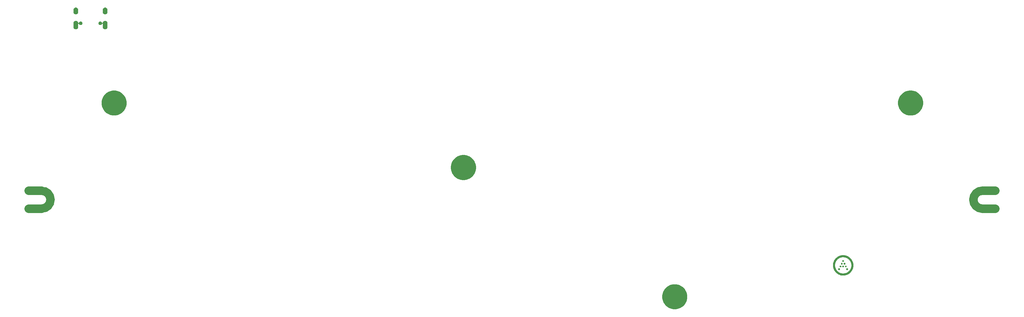
<source format=gts>
G04 #@! TF.GenerationSoftware,KiCad,Pcbnew,(5.0.2)-1*
G04 #@! TF.CreationDate,2019-03-07T01:35:03-08:00*
G04 #@! TF.ProjectId,Voyager60,566f7961-6765-4723-9630-2e6b69636164,rev?*
G04 #@! TF.SameCoordinates,Original*
G04 #@! TF.FileFunction,Soldermask,Top*
G04 #@! TF.FilePolarity,Negative*
%FSLAX46Y46*%
G04 Gerber Fmt 4.6, Leading zero omitted, Abs format (unit mm)*
G04 Created by KiCad (PCBNEW (5.0.2)-1) date 3/7/2019 1:35:03 AM*
%MOMM*%
%LPD*%
G01*
G04 APERTURE LIST*
%ADD10C,2.501900*%
%ADD11C,0.010000*%
%ADD12C,0.100000*%
G04 APERTURE END LIST*
D10*
G04 #@! TO.C,REF\002A\002A*
X22600000Y-81700950D02*
X26400000Y-81700950D01*
X26400000Y-81700950D02*
G75*
G03X29050950Y-79050000I0J2650950D01*
G01*
X29050950Y-79050000D02*
G75*
G03X26400000Y-76399050I-2650950J0D01*
G01*
X22600000Y-76399050D02*
X26400000Y-76399050D01*
X303800000Y-81700950D02*
X307650000Y-81700950D01*
X303800000Y-81700950D02*
G75*
G02X301149050Y-79050000I0J2650950D01*
G01*
X301149050Y-79050000D02*
G75*
G02X303800000Y-76399050I2650950J0D01*
G01*
X303800000Y-76399050D02*
X307600000Y-76399050D01*
D11*
G04 #@! TO.C,G\002A\002A\002A*
G36*
X262921750Y-97345500D02*
X262516938Y-97345500D01*
X262516938Y-96940688D01*
X262921750Y-96940688D01*
X262921750Y-97345500D01*
X262921750Y-97345500D01*
G37*
X262921750Y-97345500D02*
X262516938Y-97345500D01*
X262516938Y-96940688D01*
X262921750Y-96940688D01*
X262921750Y-97345500D01*
G36*
X263326563Y-98131313D02*
X262921750Y-98131313D01*
X262921750Y-97750313D01*
X263326563Y-97750313D01*
X263326563Y-98131313D01*
X263326563Y-98131313D01*
G37*
X263326563Y-98131313D02*
X262921750Y-98131313D01*
X262921750Y-97750313D01*
X263326563Y-97750313D01*
X263326563Y-98131313D01*
G36*
X262516938Y-98131313D02*
X262135938Y-98131313D01*
X262135938Y-97750313D01*
X262516938Y-97750313D01*
X262516938Y-98131313D01*
X262516938Y-98131313D01*
G37*
X262516938Y-98131313D02*
X262135938Y-98131313D01*
X262135938Y-97750313D01*
X262516938Y-97750313D01*
X262516938Y-98131313D01*
G36*
X263707563Y-98940938D02*
X263326563Y-98940938D01*
X263326563Y-98536125D01*
X263707563Y-98536125D01*
X263707563Y-98940938D01*
X263707563Y-98940938D01*
G37*
X263707563Y-98940938D02*
X263326563Y-98940938D01*
X263326563Y-98536125D01*
X263707563Y-98536125D01*
X263707563Y-98940938D01*
G36*
X262921750Y-98940938D02*
X262516938Y-98940938D01*
X262516938Y-98536125D01*
X262921750Y-98536125D01*
X262921750Y-98940938D01*
X262921750Y-98940938D01*
G37*
X262921750Y-98940938D02*
X262516938Y-98940938D01*
X262516938Y-98536125D01*
X262921750Y-98536125D01*
X262921750Y-98940938D01*
G36*
X262135938Y-98940938D02*
X261731125Y-98940938D01*
X261731125Y-98536125D01*
X262135938Y-98536125D01*
X262135938Y-98940938D01*
X262135938Y-98940938D01*
G37*
X262135938Y-98940938D02*
X261731125Y-98940938D01*
X261731125Y-98536125D01*
X262135938Y-98536125D01*
X262135938Y-98940938D01*
G36*
X264112375Y-99726750D02*
X263707563Y-99726750D01*
X263707563Y-99321938D01*
X264112375Y-99321938D01*
X264112375Y-99726750D01*
X264112375Y-99726750D01*
G37*
X264112375Y-99726750D02*
X263707563Y-99726750D01*
X263707563Y-99321938D01*
X264112375Y-99321938D01*
X264112375Y-99726750D01*
G36*
X261731125Y-99726750D02*
X261326313Y-99726750D01*
X261326313Y-99321938D01*
X261731125Y-99321938D01*
X261731125Y-99726750D01*
X261731125Y-99726750D01*
G37*
X261731125Y-99726750D02*
X261326313Y-99726750D01*
X261326313Y-99321938D01*
X261731125Y-99321938D01*
X261731125Y-99726750D01*
G36*
X262735219Y-95453045D02*
X262859337Y-95454415D01*
X262971049Y-95458572D01*
X263073642Y-95465919D01*
X263170406Y-95476860D01*
X263264628Y-95491798D01*
X263359597Y-95511137D01*
X263458601Y-95535281D01*
X263503880Y-95547418D01*
X263712427Y-95612656D01*
X263914515Y-95691992D01*
X264109378Y-95785028D01*
X264296249Y-95891368D01*
X264474364Y-96010616D01*
X264626510Y-96128617D01*
X264784178Y-96269342D01*
X264931515Y-96420787D01*
X265067836Y-96581885D01*
X265192458Y-96751567D01*
X265304697Y-96928766D01*
X265403870Y-97112416D01*
X265489292Y-97301447D01*
X265560280Y-97494793D01*
X265609034Y-97662803D01*
X265642105Y-97802789D01*
X265667465Y-97934725D01*
X265685857Y-98063997D01*
X265698025Y-98195993D01*
X265704711Y-98336100D01*
X265705364Y-98361500D01*
X265702645Y-98579797D01*
X265684450Y-98794580D01*
X265650785Y-99005821D01*
X265601656Y-99213489D01*
X265537069Y-99417555D01*
X265472872Y-99581487D01*
X265444789Y-99646752D01*
X265420727Y-99700910D01*
X265398858Y-99747613D01*
X265377357Y-99790513D01*
X265354396Y-99833263D01*
X265328150Y-99879515D01*
X265299025Y-99929156D01*
X265179806Y-100115427D01*
X265049702Y-100290153D01*
X264908579Y-100453465D01*
X264756305Y-100605496D01*
X264592747Y-100746380D01*
X264417774Y-100876248D01*
X264235406Y-100992775D01*
X264182577Y-101023744D01*
X264136664Y-101049721D01*
X264094015Y-101072531D01*
X264050978Y-101094001D01*
X264003901Y-101115957D01*
X263949131Y-101140225D01*
X263887737Y-101166622D01*
X263791504Y-101206169D01*
X263702786Y-101239208D01*
X263615672Y-101267695D01*
X263524248Y-101293589D01*
X263441656Y-101314322D01*
X263277140Y-101349876D01*
X263120045Y-101375553D01*
X262965817Y-101391893D01*
X262809899Y-101399436D01*
X262719344Y-101400013D01*
X262668125Y-101399498D01*
X262620004Y-101398793D01*
X262578124Y-101397960D01*
X262545628Y-101397063D01*
X262525660Y-101396165D01*
X262524875Y-101396109D01*
X262308701Y-101372157D01*
X262095944Y-101333170D01*
X261887463Y-101279467D01*
X261684118Y-101211363D01*
X261486766Y-101129176D01*
X261296268Y-101033225D01*
X261113482Y-100923826D01*
X260962526Y-100818796D01*
X260789599Y-100680449D01*
X260628915Y-100532088D01*
X260480701Y-100374039D01*
X260345179Y-100206632D01*
X260222574Y-100030194D01*
X260113111Y-99845052D01*
X260017013Y-99651535D01*
X259934506Y-99449971D01*
X259865813Y-99240688D01*
X259853668Y-99197630D01*
X259827302Y-99095835D01*
X259805917Y-98999511D01*
X259789109Y-98905367D01*
X259776475Y-98810117D01*
X259767610Y-98710470D01*
X259762112Y-98603140D01*
X259759576Y-98484836D01*
X259759295Y-98428969D01*
X259759970Y-98373608D01*
X260292044Y-98373608D01*
X260292147Y-98453746D01*
X260293813Y-98533410D01*
X260297009Y-98608537D01*
X260301706Y-98675060D01*
X260305426Y-98710750D01*
X260337300Y-98908048D01*
X260383951Y-99099663D01*
X260445201Y-99285222D01*
X260520869Y-99464349D01*
X260610777Y-99636669D01*
X260714744Y-99801809D01*
X260832591Y-99959393D01*
X260964138Y-100109047D01*
X260986474Y-100132260D01*
X261120708Y-100259334D01*
X261266410Y-100377270D01*
X261420881Y-100484090D01*
X261581419Y-100577816D01*
X261627208Y-100601504D01*
X261701616Y-100638153D01*
X261766857Y-100668372D01*
X261827354Y-100693940D01*
X261887528Y-100716634D01*
X261951801Y-100738233D01*
X262016875Y-100758227D01*
X262206088Y-100807640D01*
X262391839Y-100842091D01*
X262575577Y-100861714D01*
X262758753Y-100866642D01*
X262942814Y-100857011D01*
X263009356Y-100850031D01*
X263196688Y-100821087D01*
X263376269Y-100779278D01*
X263550607Y-100723854D01*
X263722209Y-100654064D01*
X263819166Y-100607866D01*
X263989798Y-100514447D01*
X264149214Y-100410712D01*
X264298172Y-100295974D01*
X264437429Y-100169550D01*
X264567744Y-100030754D01*
X264689874Y-99878903D01*
X264798142Y-99723259D01*
X264823268Y-99682068D01*
X264852591Y-99629940D01*
X264884291Y-99570496D01*
X264916549Y-99507356D01*
X264947543Y-99444140D01*
X264975456Y-99384467D01*
X264998465Y-99331957D01*
X265011903Y-99298125D01*
X265074770Y-99106584D01*
X265122166Y-98913845D01*
X265154050Y-98720450D01*
X265170380Y-98526940D01*
X265171118Y-98333857D01*
X265156222Y-98141742D01*
X265125652Y-97951136D01*
X265115849Y-97905094D01*
X265082200Y-97768801D01*
X265043892Y-97642618D01*
X264998954Y-97521007D01*
X264945413Y-97398432D01*
X264907754Y-97320958D01*
X264814049Y-97152110D01*
X264707224Y-96991673D01*
X264588048Y-96840368D01*
X264457287Y-96698914D01*
X264315710Y-96568031D01*
X264164084Y-96448440D01*
X264003177Y-96340860D01*
X263833757Y-96246011D01*
X263689575Y-96178480D01*
X263517947Y-96112085D01*
X263345393Y-96060087D01*
X263169906Y-96022078D01*
X262989476Y-95997651D01*
X262802095Y-95986397D01*
X262739188Y-95985507D01*
X262541093Y-95991877D01*
X262349465Y-96012522D01*
X262163531Y-96047673D01*
X261982515Y-96097567D01*
X261805644Y-96162435D01*
X261632144Y-96242513D01*
X261461241Y-96338035D01*
X261360544Y-96402244D01*
X261221111Y-96503772D01*
X261086913Y-96618278D01*
X260959591Y-96743839D01*
X260840785Y-96878531D01*
X260732136Y-97020431D01*
X260635285Y-97167615D01*
X260551872Y-97318161D01*
X260517076Y-97391080D01*
X260455673Y-97535939D01*
X260405442Y-97675178D01*
X260365185Y-97813126D01*
X260333706Y-97954114D01*
X260309806Y-98102471D01*
X260301405Y-98171000D01*
X260296642Y-98228170D01*
X260293532Y-98297061D01*
X260292044Y-98373608D01*
X259759970Y-98373608D01*
X259761040Y-98285973D01*
X259766914Y-98155106D01*
X259777488Y-98033025D01*
X259793335Y-97916385D01*
X259815027Y-97801844D01*
X259843137Y-97686059D01*
X259878236Y-97565687D01*
X259920897Y-97437384D01*
X259936591Y-97393125D01*
X260014976Y-97198406D01*
X260107816Y-97010072D01*
X260214922Y-96828385D01*
X260336102Y-96653608D01*
X260471167Y-96486003D01*
X260619924Y-96325833D01*
X260782183Y-96173360D01*
X260889021Y-96083179D01*
X260974850Y-96017686D01*
X261072389Y-95950360D01*
X261177998Y-95883412D01*
X261288036Y-95819055D01*
X261398863Y-95759500D01*
X261506839Y-95706958D01*
X261512844Y-95704215D01*
X261582804Y-95674342D01*
X261663985Y-95642956D01*
X261752017Y-95611536D01*
X261842529Y-95581562D01*
X261931151Y-95554511D01*
X262013514Y-95531864D01*
X262045400Y-95523971D01*
X262138625Y-95503203D01*
X262227599Y-95486543D01*
X262315603Y-95473652D01*
X262405919Y-95464195D01*
X262501828Y-95457832D01*
X262606610Y-95454228D01*
X262723545Y-95453044D01*
X262735219Y-95453045D01*
X262735219Y-95453045D01*
G37*
X262735219Y-95453045D02*
X262859337Y-95454415D01*
X262971049Y-95458572D01*
X263073642Y-95465919D01*
X263170406Y-95476860D01*
X263264628Y-95491798D01*
X263359597Y-95511137D01*
X263458601Y-95535281D01*
X263503880Y-95547418D01*
X263712427Y-95612656D01*
X263914515Y-95691992D01*
X264109378Y-95785028D01*
X264296249Y-95891368D01*
X264474364Y-96010616D01*
X264626510Y-96128617D01*
X264784178Y-96269342D01*
X264931515Y-96420787D01*
X265067836Y-96581885D01*
X265192458Y-96751567D01*
X265304697Y-96928766D01*
X265403870Y-97112416D01*
X265489292Y-97301447D01*
X265560280Y-97494793D01*
X265609034Y-97662803D01*
X265642105Y-97802789D01*
X265667465Y-97934725D01*
X265685857Y-98063997D01*
X265698025Y-98195993D01*
X265704711Y-98336100D01*
X265705364Y-98361500D01*
X265702645Y-98579797D01*
X265684450Y-98794580D01*
X265650785Y-99005821D01*
X265601656Y-99213489D01*
X265537069Y-99417555D01*
X265472872Y-99581487D01*
X265444789Y-99646752D01*
X265420727Y-99700910D01*
X265398858Y-99747613D01*
X265377357Y-99790513D01*
X265354396Y-99833263D01*
X265328150Y-99879515D01*
X265299025Y-99929156D01*
X265179806Y-100115427D01*
X265049702Y-100290153D01*
X264908579Y-100453465D01*
X264756305Y-100605496D01*
X264592747Y-100746380D01*
X264417774Y-100876248D01*
X264235406Y-100992775D01*
X264182577Y-101023744D01*
X264136664Y-101049721D01*
X264094015Y-101072531D01*
X264050978Y-101094001D01*
X264003901Y-101115957D01*
X263949131Y-101140225D01*
X263887737Y-101166622D01*
X263791504Y-101206169D01*
X263702786Y-101239208D01*
X263615672Y-101267695D01*
X263524248Y-101293589D01*
X263441656Y-101314322D01*
X263277140Y-101349876D01*
X263120045Y-101375553D01*
X262965817Y-101391893D01*
X262809899Y-101399436D01*
X262719344Y-101400013D01*
X262668125Y-101399498D01*
X262620004Y-101398793D01*
X262578124Y-101397960D01*
X262545628Y-101397063D01*
X262525660Y-101396165D01*
X262524875Y-101396109D01*
X262308701Y-101372157D01*
X262095944Y-101333170D01*
X261887463Y-101279467D01*
X261684118Y-101211363D01*
X261486766Y-101129176D01*
X261296268Y-101033225D01*
X261113482Y-100923826D01*
X260962526Y-100818796D01*
X260789599Y-100680449D01*
X260628915Y-100532088D01*
X260480701Y-100374039D01*
X260345179Y-100206632D01*
X260222574Y-100030194D01*
X260113111Y-99845052D01*
X260017013Y-99651535D01*
X259934506Y-99449971D01*
X259865813Y-99240688D01*
X259853668Y-99197630D01*
X259827302Y-99095835D01*
X259805917Y-98999511D01*
X259789109Y-98905367D01*
X259776475Y-98810117D01*
X259767610Y-98710470D01*
X259762112Y-98603140D01*
X259759576Y-98484836D01*
X259759295Y-98428969D01*
X259759970Y-98373608D01*
X260292044Y-98373608D01*
X260292147Y-98453746D01*
X260293813Y-98533410D01*
X260297009Y-98608537D01*
X260301706Y-98675060D01*
X260305426Y-98710750D01*
X260337300Y-98908048D01*
X260383951Y-99099663D01*
X260445201Y-99285222D01*
X260520869Y-99464349D01*
X260610777Y-99636669D01*
X260714744Y-99801809D01*
X260832591Y-99959393D01*
X260964138Y-100109047D01*
X260986474Y-100132260D01*
X261120708Y-100259334D01*
X261266410Y-100377270D01*
X261420881Y-100484090D01*
X261581419Y-100577816D01*
X261627208Y-100601504D01*
X261701616Y-100638153D01*
X261766857Y-100668372D01*
X261827354Y-100693940D01*
X261887528Y-100716634D01*
X261951801Y-100738233D01*
X262016875Y-100758227D01*
X262206088Y-100807640D01*
X262391839Y-100842091D01*
X262575577Y-100861714D01*
X262758753Y-100866642D01*
X262942814Y-100857011D01*
X263009356Y-100850031D01*
X263196688Y-100821087D01*
X263376269Y-100779278D01*
X263550607Y-100723854D01*
X263722209Y-100654064D01*
X263819166Y-100607866D01*
X263989798Y-100514447D01*
X264149214Y-100410712D01*
X264298172Y-100295974D01*
X264437429Y-100169550D01*
X264567744Y-100030754D01*
X264689874Y-99878903D01*
X264798142Y-99723259D01*
X264823268Y-99682068D01*
X264852591Y-99629940D01*
X264884291Y-99570496D01*
X264916549Y-99507356D01*
X264947543Y-99444140D01*
X264975456Y-99384467D01*
X264998465Y-99331957D01*
X265011903Y-99298125D01*
X265074770Y-99106584D01*
X265122166Y-98913845D01*
X265154050Y-98720450D01*
X265170380Y-98526940D01*
X265171118Y-98333857D01*
X265156222Y-98141742D01*
X265125652Y-97951136D01*
X265115849Y-97905094D01*
X265082200Y-97768801D01*
X265043892Y-97642618D01*
X264998954Y-97521007D01*
X264945413Y-97398432D01*
X264907754Y-97320958D01*
X264814049Y-97152110D01*
X264707224Y-96991673D01*
X264588048Y-96840368D01*
X264457287Y-96698914D01*
X264315710Y-96568031D01*
X264164084Y-96448440D01*
X264003177Y-96340860D01*
X263833757Y-96246011D01*
X263689575Y-96178480D01*
X263517947Y-96112085D01*
X263345393Y-96060087D01*
X263169906Y-96022078D01*
X262989476Y-95997651D01*
X262802095Y-95986397D01*
X262739188Y-95985507D01*
X262541093Y-95991877D01*
X262349465Y-96012522D01*
X262163531Y-96047673D01*
X261982515Y-96097567D01*
X261805644Y-96162435D01*
X261632144Y-96242513D01*
X261461241Y-96338035D01*
X261360544Y-96402244D01*
X261221111Y-96503772D01*
X261086913Y-96618278D01*
X260959591Y-96743839D01*
X260840785Y-96878531D01*
X260732136Y-97020431D01*
X260635285Y-97167615D01*
X260551872Y-97318161D01*
X260517076Y-97391080D01*
X260455673Y-97535939D01*
X260405442Y-97675178D01*
X260365185Y-97813126D01*
X260333706Y-97954114D01*
X260309806Y-98102471D01*
X260301405Y-98171000D01*
X260296642Y-98228170D01*
X260293532Y-98297061D01*
X260292044Y-98373608D01*
X259759970Y-98373608D01*
X259761040Y-98285973D01*
X259766914Y-98155106D01*
X259777488Y-98033025D01*
X259793335Y-97916385D01*
X259815027Y-97801844D01*
X259843137Y-97686059D01*
X259878236Y-97565687D01*
X259920897Y-97437384D01*
X259936591Y-97393125D01*
X260014976Y-97198406D01*
X260107816Y-97010072D01*
X260214922Y-96828385D01*
X260336102Y-96653608D01*
X260471167Y-96486003D01*
X260619924Y-96325833D01*
X260782183Y-96173360D01*
X260889021Y-96083179D01*
X260974850Y-96017686D01*
X261072389Y-95950360D01*
X261177998Y-95883412D01*
X261288036Y-95819055D01*
X261398863Y-95759500D01*
X261506839Y-95706958D01*
X261512844Y-95704215D01*
X261582804Y-95674342D01*
X261663985Y-95642956D01*
X261752017Y-95611536D01*
X261842529Y-95581562D01*
X261931151Y-95554511D01*
X262013514Y-95531864D01*
X262045400Y-95523971D01*
X262138625Y-95503203D01*
X262227599Y-95486543D01*
X262315603Y-95473652D01*
X262405919Y-95464195D01*
X262501828Y-95457832D01*
X262606610Y-95454228D01*
X262723545Y-95453044D01*
X262735219Y-95453045D01*
D12*
G36*
X214179284Y-104192073D02*
X214573741Y-104355463D01*
X214852664Y-104470996D01*
X215454606Y-104873201D01*
X215458692Y-104875931D01*
X215974069Y-105391308D01*
X215974071Y-105391311D01*
X216379004Y-105997336D01*
X216442239Y-106150000D01*
X216657927Y-106670716D01*
X216800120Y-107385569D01*
X216800120Y-108114431D01*
X216657927Y-108829284D01*
X216494537Y-109223741D01*
X216379004Y-109502664D01*
X216311443Y-109603776D01*
X215974069Y-110108692D01*
X215458692Y-110624069D01*
X215458689Y-110624071D01*
X214852664Y-111029004D01*
X214573741Y-111144537D01*
X214179284Y-111307927D01*
X213464431Y-111450120D01*
X212735569Y-111450120D01*
X212020716Y-111307927D01*
X211626259Y-111144537D01*
X211347336Y-111029004D01*
X210741311Y-110624071D01*
X210741308Y-110624069D01*
X210225931Y-110108692D01*
X209888557Y-109603776D01*
X209820996Y-109502664D01*
X209705463Y-109223741D01*
X209542073Y-108829284D01*
X209399880Y-108114431D01*
X209399880Y-107385569D01*
X209542073Y-106670716D01*
X209757761Y-106150000D01*
X209820996Y-105997336D01*
X210225929Y-105391311D01*
X210225931Y-105391308D01*
X210741308Y-104875931D01*
X210745394Y-104873201D01*
X211347336Y-104470996D01*
X211626259Y-104355463D01*
X212020716Y-104192073D01*
X212735569Y-104049880D01*
X213464431Y-104049880D01*
X214179284Y-104192073D01*
X214179284Y-104192073D01*
G37*
G36*
X306046218Y-80976900D02*
X306173609Y-81029668D01*
X306267886Y-81092661D01*
X306288260Y-81106275D01*
X306385760Y-81203775D01*
X306462367Y-81318426D01*
X306515135Y-81445817D01*
X306542035Y-81581055D01*
X306542035Y-81718945D01*
X306515135Y-81854183D01*
X306462367Y-81981574D01*
X306385760Y-82096225D01*
X306288260Y-82193725D01*
X306173609Y-82270332D01*
X306046218Y-82323100D01*
X305910980Y-82350000D01*
X305773090Y-82350000D01*
X305637852Y-82323100D01*
X305510461Y-82270332D01*
X305395810Y-82193725D01*
X305298310Y-82096225D01*
X305221703Y-81981574D01*
X305168935Y-81854183D01*
X305142035Y-81718945D01*
X305142035Y-81581055D01*
X305168935Y-81445817D01*
X305221703Y-81318426D01*
X305298310Y-81203775D01*
X305395810Y-81106275D01*
X305416185Y-81092661D01*
X305510461Y-81029668D01*
X305637852Y-80976900D01*
X305773090Y-80950000D01*
X305910980Y-80950000D01*
X306046218Y-80976900D01*
X306046218Y-80976900D01*
G37*
G36*
X304004183Y-80976900D02*
X304131574Y-81029668D01*
X304225851Y-81092661D01*
X304246225Y-81106275D01*
X304343725Y-81203775D01*
X304420332Y-81318426D01*
X304473100Y-81445817D01*
X304500000Y-81581055D01*
X304500000Y-81718945D01*
X304473100Y-81854183D01*
X304420332Y-81981574D01*
X304343725Y-82096225D01*
X304246225Y-82193725D01*
X304131574Y-82270332D01*
X304004183Y-82323100D01*
X303868945Y-82350000D01*
X303731055Y-82350000D01*
X303595817Y-82323100D01*
X303468426Y-82270332D01*
X303353775Y-82193725D01*
X303256275Y-82096225D01*
X303179668Y-81981574D01*
X303126900Y-81854183D01*
X303100000Y-81718945D01*
X303100000Y-81581055D01*
X303126900Y-81445817D01*
X303179668Y-81318426D01*
X303256275Y-81203775D01*
X303353775Y-81106275D01*
X303374150Y-81092661D01*
X303468426Y-81029668D01*
X303595817Y-80976900D01*
X303731055Y-80950000D01*
X303868945Y-80950000D01*
X304004183Y-80976900D01*
X304004183Y-80976900D01*
G37*
G36*
X24562148Y-80976900D02*
X24689539Y-81029668D01*
X24783816Y-81092661D01*
X24804190Y-81106275D01*
X24901690Y-81203775D01*
X24978297Y-81318426D01*
X25031065Y-81445817D01*
X25057965Y-81581055D01*
X25057965Y-81718945D01*
X25031065Y-81854183D01*
X24978297Y-81981574D01*
X24901690Y-82096225D01*
X24804190Y-82193725D01*
X24689539Y-82270332D01*
X24562148Y-82323100D01*
X24426910Y-82350000D01*
X24289020Y-82350000D01*
X24153782Y-82323100D01*
X24026391Y-82270332D01*
X23911740Y-82193725D01*
X23814240Y-82096225D01*
X23737633Y-81981574D01*
X23684865Y-81854183D01*
X23657965Y-81718945D01*
X23657965Y-81581055D01*
X23684865Y-81445817D01*
X23737633Y-81318426D01*
X23814240Y-81203775D01*
X23911740Y-81106275D01*
X23932115Y-81092661D01*
X24026391Y-81029668D01*
X24153782Y-80976900D01*
X24289020Y-80950000D01*
X24426910Y-80950000D01*
X24562148Y-80976900D01*
X24562148Y-80976900D01*
G37*
G36*
X26604183Y-80976900D02*
X26731574Y-81029668D01*
X26825851Y-81092661D01*
X26846225Y-81106275D01*
X26943725Y-81203775D01*
X27020332Y-81318426D01*
X27073100Y-81445817D01*
X27100000Y-81581055D01*
X27100000Y-81718945D01*
X27073100Y-81854183D01*
X27020332Y-81981574D01*
X26943725Y-82096225D01*
X26846225Y-82193725D01*
X26731574Y-82270332D01*
X26604183Y-82323100D01*
X26468945Y-82350000D01*
X26331055Y-82350000D01*
X26195817Y-82323100D01*
X26068426Y-82270332D01*
X25953775Y-82193725D01*
X25856275Y-82096225D01*
X25779668Y-81981574D01*
X25726900Y-81854183D01*
X25700000Y-81718945D01*
X25700000Y-81581055D01*
X25726900Y-81445817D01*
X25779668Y-81318426D01*
X25856275Y-81203775D01*
X25953775Y-81106275D01*
X25974150Y-81092661D01*
X26068426Y-81029668D01*
X26195817Y-80976900D01*
X26331055Y-80950000D01*
X26468945Y-80950000D01*
X26604183Y-80976900D01*
X26604183Y-80976900D01*
G37*
G36*
X28442661Y-80215378D02*
X28570052Y-80268146D01*
X28684703Y-80344753D01*
X28782203Y-80442253D01*
X28858810Y-80556904D01*
X28911578Y-80684295D01*
X28938478Y-80819533D01*
X28938478Y-80957423D01*
X28911578Y-81092661D01*
X28865552Y-81203775D01*
X28858810Y-81220052D01*
X28782204Y-81334702D01*
X28684702Y-81432204D01*
X28664327Y-81445818D01*
X28570052Y-81508810D01*
X28442661Y-81561578D01*
X28307423Y-81588478D01*
X28169533Y-81588478D01*
X28034295Y-81561578D01*
X27906904Y-81508810D01*
X27812629Y-81445818D01*
X27792254Y-81432204D01*
X27694752Y-81334702D01*
X27618146Y-81220052D01*
X27611404Y-81203775D01*
X27565378Y-81092661D01*
X27538478Y-80957423D01*
X27538478Y-80819533D01*
X27565378Y-80684295D01*
X27618146Y-80556904D01*
X27694753Y-80442253D01*
X27792253Y-80344753D01*
X27906904Y-80268146D01*
X28034295Y-80215378D01*
X28169533Y-80188478D01*
X28307423Y-80188478D01*
X28442661Y-80215378D01*
X28442661Y-80215378D01*
G37*
G36*
X302165705Y-80215378D02*
X302293096Y-80268146D01*
X302407747Y-80344753D01*
X302505247Y-80442253D01*
X302581854Y-80556904D01*
X302634622Y-80684295D01*
X302661522Y-80819533D01*
X302661522Y-80957423D01*
X302634622Y-81092661D01*
X302588596Y-81203775D01*
X302581854Y-81220052D01*
X302505248Y-81334702D01*
X302407746Y-81432204D01*
X302387371Y-81445818D01*
X302293096Y-81508810D01*
X302165705Y-81561578D01*
X302030467Y-81588478D01*
X301892577Y-81588478D01*
X301757339Y-81561578D01*
X301629948Y-81508810D01*
X301535673Y-81445818D01*
X301515298Y-81432204D01*
X301417796Y-81334702D01*
X301341190Y-81220052D01*
X301334448Y-81203775D01*
X301288422Y-81092661D01*
X301261522Y-80957423D01*
X301261522Y-80819533D01*
X301288422Y-80684295D01*
X301341190Y-80556904D01*
X301417797Y-80442253D01*
X301515297Y-80344753D01*
X301629948Y-80268146D01*
X301757339Y-80215378D01*
X301892577Y-80188478D01*
X302030467Y-80188478D01*
X302165705Y-80215378D01*
X302165705Y-80215378D01*
G37*
G36*
X29204183Y-78376900D02*
X29331574Y-78429668D01*
X29446225Y-78506275D01*
X29543725Y-78603775D01*
X29620332Y-78718426D01*
X29673100Y-78845817D01*
X29700000Y-78981055D01*
X29700000Y-79118945D01*
X29673100Y-79254183D01*
X29620332Y-79381574D01*
X29543725Y-79496225D01*
X29446225Y-79593725D01*
X29331574Y-79670332D01*
X29204183Y-79723100D01*
X29068945Y-79750000D01*
X28931055Y-79750000D01*
X28795817Y-79723100D01*
X28668426Y-79670332D01*
X28553775Y-79593725D01*
X28456275Y-79496225D01*
X28379668Y-79381574D01*
X28326900Y-79254183D01*
X28300000Y-79118945D01*
X28300000Y-78981055D01*
X28326900Y-78845817D01*
X28379668Y-78718426D01*
X28456275Y-78603775D01*
X28553775Y-78506275D01*
X28668426Y-78429668D01*
X28795817Y-78376900D01*
X28931055Y-78350000D01*
X29068945Y-78350000D01*
X29204183Y-78376900D01*
X29204183Y-78376900D01*
G37*
G36*
X301404183Y-78376900D02*
X301531574Y-78429668D01*
X301646225Y-78506275D01*
X301743725Y-78603775D01*
X301820332Y-78718426D01*
X301873100Y-78845817D01*
X301900000Y-78981055D01*
X301900000Y-79118945D01*
X301873100Y-79254183D01*
X301820332Y-79381574D01*
X301743725Y-79496225D01*
X301646225Y-79593725D01*
X301531574Y-79670332D01*
X301404183Y-79723100D01*
X301268945Y-79750000D01*
X301131055Y-79750000D01*
X300995817Y-79723100D01*
X300868426Y-79670332D01*
X300753775Y-79593725D01*
X300656275Y-79496225D01*
X300579668Y-79381574D01*
X300526900Y-79254183D01*
X300500000Y-79118945D01*
X300500000Y-78981055D01*
X300526900Y-78845817D01*
X300579668Y-78718426D01*
X300656275Y-78603775D01*
X300753775Y-78506275D01*
X300868426Y-78429668D01*
X300995817Y-78376900D01*
X301131055Y-78350000D01*
X301268945Y-78350000D01*
X301404183Y-78376900D01*
X301404183Y-78376900D01*
G37*
G36*
X28442661Y-76538422D02*
X28570052Y-76591190D01*
X28664329Y-76654183D01*
X28684703Y-76667797D01*
X28782203Y-76765297D01*
X28858810Y-76879948D01*
X28911578Y-77007339D01*
X28938478Y-77142577D01*
X28938478Y-77280467D01*
X28911578Y-77415705D01*
X28858810Y-77543096D01*
X28782203Y-77657747D01*
X28684703Y-77755247D01*
X28570052Y-77831854D01*
X28442661Y-77884622D01*
X28307423Y-77911522D01*
X28169533Y-77911522D01*
X28034295Y-77884622D01*
X27906904Y-77831854D01*
X27792253Y-77755247D01*
X27694753Y-77657747D01*
X27618146Y-77543096D01*
X27565378Y-77415705D01*
X27538478Y-77280467D01*
X27538478Y-77142577D01*
X27565378Y-77007339D01*
X27618146Y-76879948D01*
X27694753Y-76765297D01*
X27792253Y-76667797D01*
X27812628Y-76654183D01*
X27906904Y-76591190D01*
X28034295Y-76538422D01*
X28169533Y-76511522D01*
X28307423Y-76511522D01*
X28442661Y-76538422D01*
X28442661Y-76538422D01*
G37*
G36*
X302165705Y-76538422D02*
X302293096Y-76591190D01*
X302387373Y-76654183D01*
X302407747Y-76667797D01*
X302505247Y-76765297D01*
X302581854Y-76879948D01*
X302634622Y-77007339D01*
X302661522Y-77142577D01*
X302661522Y-77280467D01*
X302634622Y-77415705D01*
X302581854Y-77543096D01*
X302505247Y-77657747D01*
X302407747Y-77755247D01*
X302293096Y-77831854D01*
X302165705Y-77884622D01*
X302030467Y-77911522D01*
X301892577Y-77911522D01*
X301757339Y-77884622D01*
X301629948Y-77831854D01*
X301515297Y-77755247D01*
X301417797Y-77657747D01*
X301341190Y-77543096D01*
X301288422Y-77415705D01*
X301261522Y-77280467D01*
X301261522Y-77142577D01*
X301288422Y-77007339D01*
X301341190Y-76879948D01*
X301417797Y-76765297D01*
X301515297Y-76667797D01*
X301535672Y-76654183D01*
X301629948Y-76591190D01*
X301757339Y-76538422D01*
X301892577Y-76511522D01*
X302030467Y-76511522D01*
X302165705Y-76538422D01*
X302165705Y-76538422D01*
G37*
G36*
X306046218Y-75776900D02*
X306173609Y-75829668D01*
X306288260Y-75906275D01*
X306385760Y-76003775D01*
X306462367Y-76118426D01*
X306515135Y-76245817D01*
X306542035Y-76381055D01*
X306542035Y-76518945D01*
X306515135Y-76654183D01*
X306469109Y-76765297D01*
X306462367Y-76781574D01*
X306385761Y-76896224D01*
X306288259Y-76993726D01*
X306267884Y-77007340D01*
X306173609Y-77070332D01*
X306046218Y-77123100D01*
X305910980Y-77150000D01*
X305773090Y-77150000D01*
X305637852Y-77123100D01*
X305510461Y-77070332D01*
X305416186Y-77007340D01*
X305395811Y-76993726D01*
X305298309Y-76896224D01*
X305221703Y-76781574D01*
X305214961Y-76765297D01*
X305168935Y-76654183D01*
X305142035Y-76518945D01*
X305142035Y-76381055D01*
X305168935Y-76245817D01*
X305221703Y-76118426D01*
X305298310Y-76003775D01*
X305395810Y-75906275D01*
X305510461Y-75829668D01*
X305637852Y-75776900D01*
X305773090Y-75750000D01*
X305910980Y-75750000D01*
X306046218Y-75776900D01*
X306046218Y-75776900D01*
G37*
G36*
X304004183Y-75776900D02*
X304131574Y-75829668D01*
X304246225Y-75906275D01*
X304343725Y-76003775D01*
X304420332Y-76118426D01*
X304473100Y-76245817D01*
X304500000Y-76381055D01*
X304500000Y-76518945D01*
X304473100Y-76654183D01*
X304427074Y-76765297D01*
X304420332Y-76781574D01*
X304343726Y-76896224D01*
X304246224Y-76993726D01*
X304225849Y-77007340D01*
X304131574Y-77070332D01*
X304004183Y-77123100D01*
X303868945Y-77150000D01*
X303731055Y-77150000D01*
X303595817Y-77123100D01*
X303468426Y-77070332D01*
X303374151Y-77007340D01*
X303353776Y-76993726D01*
X303256274Y-76896224D01*
X303179668Y-76781574D01*
X303172926Y-76765297D01*
X303126900Y-76654183D01*
X303100000Y-76518945D01*
X303100000Y-76381055D01*
X303126900Y-76245817D01*
X303179668Y-76118426D01*
X303256275Y-76003775D01*
X303353775Y-75906275D01*
X303468426Y-75829668D01*
X303595817Y-75776900D01*
X303731055Y-75750000D01*
X303868945Y-75750000D01*
X304004183Y-75776900D01*
X304004183Y-75776900D01*
G37*
G36*
X26604183Y-75776900D02*
X26731574Y-75829668D01*
X26846225Y-75906275D01*
X26943725Y-76003775D01*
X27020332Y-76118426D01*
X27073100Y-76245817D01*
X27100000Y-76381055D01*
X27100000Y-76518945D01*
X27073100Y-76654183D01*
X27027074Y-76765297D01*
X27020332Y-76781574D01*
X26943726Y-76896224D01*
X26846224Y-76993726D01*
X26825849Y-77007340D01*
X26731574Y-77070332D01*
X26604183Y-77123100D01*
X26468945Y-77150000D01*
X26331055Y-77150000D01*
X26195817Y-77123100D01*
X26068426Y-77070332D01*
X25974151Y-77007340D01*
X25953776Y-76993726D01*
X25856274Y-76896224D01*
X25779668Y-76781574D01*
X25772926Y-76765297D01*
X25726900Y-76654183D01*
X25700000Y-76518945D01*
X25700000Y-76381055D01*
X25726900Y-76245817D01*
X25779668Y-76118426D01*
X25856275Y-76003775D01*
X25953775Y-75906275D01*
X26068426Y-75829668D01*
X26195817Y-75776900D01*
X26331055Y-75750000D01*
X26468945Y-75750000D01*
X26604183Y-75776900D01*
X26604183Y-75776900D01*
G37*
G36*
X24562148Y-75776900D02*
X24689539Y-75829668D01*
X24804190Y-75906275D01*
X24901690Y-76003775D01*
X24978297Y-76118426D01*
X25031065Y-76245817D01*
X25057965Y-76381055D01*
X25057965Y-76518945D01*
X25031065Y-76654183D01*
X24985039Y-76765297D01*
X24978297Y-76781574D01*
X24901691Y-76896224D01*
X24804189Y-76993726D01*
X24783814Y-77007340D01*
X24689539Y-77070332D01*
X24562148Y-77123100D01*
X24426910Y-77150000D01*
X24289020Y-77150000D01*
X24153782Y-77123100D01*
X24026391Y-77070332D01*
X23932116Y-77007340D01*
X23911741Y-76993726D01*
X23814239Y-76896224D01*
X23737633Y-76781574D01*
X23730891Y-76765297D01*
X23684865Y-76654183D01*
X23657965Y-76518945D01*
X23657965Y-76381055D01*
X23684865Y-76245817D01*
X23737633Y-76118426D01*
X23814240Y-76003775D01*
X23911740Y-75906275D01*
X24026391Y-75829668D01*
X24153782Y-75776900D01*
X24289020Y-75750000D01*
X24426910Y-75750000D01*
X24562148Y-75776900D01*
X24562148Y-75776900D01*
G37*
G36*
X151879284Y-65992073D02*
X152273741Y-66155463D01*
X152552664Y-66270996D01*
X153154606Y-66673201D01*
X153158692Y-66675931D01*
X153674069Y-67191308D01*
X153674071Y-67191311D01*
X154079004Y-67797336D01*
X154142239Y-67950000D01*
X154357927Y-68470716D01*
X154500120Y-69185569D01*
X154500120Y-69914431D01*
X154357927Y-70629284D01*
X154194537Y-71023741D01*
X154079004Y-71302664D01*
X154011443Y-71403776D01*
X153674069Y-71908692D01*
X153158692Y-72424069D01*
X153158689Y-72424071D01*
X152552664Y-72829004D01*
X152273741Y-72944537D01*
X151879284Y-73107927D01*
X151164431Y-73250120D01*
X150435569Y-73250120D01*
X149720716Y-73107927D01*
X149326259Y-72944537D01*
X149047336Y-72829004D01*
X148441311Y-72424071D01*
X148441308Y-72424069D01*
X147925931Y-71908692D01*
X147588557Y-71403776D01*
X147520996Y-71302664D01*
X147405463Y-71023741D01*
X147242073Y-70629284D01*
X147099880Y-69914431D01*
X147099880Y-69185569D01*
X147242073Y-68470716D01*
X147457761Y-67950000D01*
X147520996Y-67797336D01*
X147925929Y-67191311D01*
X147925931Y-67191308D01*
X148441308Y-66675931D01*
X148445394Y-66673201D01*
X149047336Y-66270996D01*
X149326259Y-66155463D01*
X149720716Y-65992073D01*
X150435569Y-65849880D01*
X151164431Y-65849880D01*
X151879284Y-65992073D01*
X151879284Y-65992073D01*
G37*
G36*
X48879437Y-46891563D02*
X48879439Y-46891564D01*
X48879440Y-46891564D01*
X49552915Y-47170526D01*
X49552916Y-47170527D01*
X50159030Y-47575519D01*
X50674481Y-48090970D01*
X50674483Y-48090973D01*
X51079474Y-48697085D01*
X51316732Y-49269878D01*
X51358437Y-49370563D01*
X51500650Y-50085516D01*
X51500650Y-50814484D01*
X51373042Y-51456014D01*
X51358436Y-51529440D01*
X51079474Y-52202915D01*
X50800739Y-52620072D01*
X50674481Y-52809030D01*
X50159030Y-53324481D01*
X50159027Y-53324483D01*
X49552915Y-53729474D01*
X48879440Y-54008436D01*
X48879439Y-54008436D01*
X48879437Y-54008437D01*
X48164484Y-54150650D01*
X47435516Y-54150650D01*
X46720563Y-54008437D01*
X46720561Y-54008436D01*
X46720560Y-54008436D01*
X46047085Y-53729474D01*
X45440973Y-53324483D01*
X45440970Y-53324481D01*
X44925519Y-52809030D01*
X44799261Y-52620072D01*
X44520526Y-52202915D01*
X44241564Y-51529440D01*
X44226959Y-51456014D01*
X44099350Y-50814484D01*
X44099350Y-50085516D01*
X44241563Y-49370563D01*
X44283268Y-49269878D01*
X44520526Y-48697085D01*
X44925517Y-48090973D01*
X44925519Y-48090970D01*
X45440970Y-47575519D01*
X46047084Y-47170527D01*
X46047085Y-47170526D01*
X46720560Y-46891564D01*
X46720561Y-46891564D01*
X46720563Y-46891563D01*
X47435516Y-46749350D01*
X48164484Y-46749350D01*
X48879437Y-46891563D01*
X48879437Y-46891563D01*
G37*
G36*
X283729284Y-46892073D02*
X284123741Y-47055463D01*
X284402664Y-47170996D01*
X285004606Y-47573201D01*
X285008692Y-47575931D01*
X285524069Y-48091308D01*
X285524071Y-48091311D01*
X285929004Y-48697336D01*
X285985198Y-48833000D01*
X286207927Y-49370716D01*
X286350120Y-50085569D01*
X286350120Y-50814431D01*
X286207927Y-51529284D01*
X286207862Y-51529440D01*
X285929004Y-52202664D01*
X285699716Y-52545818D01*
X285524069Y-52808692D01*
X285008692Y-53324069D01*
X285008689Y-53324071D01*
X284402664Y-53729004D01*
X284123741Y-53844537D01*
X283729284Y-54007927D01*
X283014431Y-54150120D01*
X282285569Y-54150120D01*
X281570716Y-54007927D01*
X281176259Y-53844537D01*
X280897336Y-53729004D01*
X280291311Y-53324071D01*
X280291308Y-53324069D01*
X279775931Y-52808692D01*
X279600284Y-52545818D01*
X279370996Y-52202664D01*
X279092138Y-51529440D01*
X279092073Y-51529284D01*
X278949880Y-50814431D01*
X278949880Y-50085569D01*
X279092073Y-49370716D01*
X279314802Y-48833000D01*
X279370996Y-48697336D01*
X279775929Y-48091311D01*
X279775931Y-48091308D01*
X280291308Y-47575931D01*
X280295394Y-47573201D01*
X280897336Y-47170996D01*
X281176259Y-47055463D01*
X281570716Y-46892073D01*
X282285569Y-46749880D01*
X283014431Y-46749880D01*
X283729284Y-46892073D01*
X283729284Y-46892073D01*
G37*
G36*
X45294823Y-26177628D02*
X45426774Y-26217655D01*
X45548380Y-26282655D01*
X45654969Y-26370130D01*
X45742445Y-26476719D01*
X45807445Y-26598325D01*
X45847472Y-26730276D01*
X45857600Y-26833110D01*
X45857600Y-28001890D01*
X45847472Y-28104724D01*
X45807445Y-28236675D01*
X45742445Y-28358281D01*
X45654970Y-28464870D01*
X45548381Y-28552345D01*
X45426775Y-28617345D01*
X45294824Y-28657372D01*
X45157600Y-28670887D01*
X45020377Y-28657372D01*
X44888426Y-28617345D01*
X44766820Y-28552345D01*
X44660231Y-28464870D01*
X44572756Y-28358281D01*
X44507756Y-28236675D01*
X44467729Y-28104724D01*
X44457601Y-28001890D01*
X44457600Y-27125432D01*
X44455198Y-27101046D01*
X44448085Y-27077596D01*
X44436534Y-27055986D01*
X44420988Y-27037044D01*
X44402046Y-27021498D01*
X44380435Y-27009947D01*
X44356986Y-27002834D01*
X44332600Y-27000432D01*
X44308214Y-27002834D01*
X44284764Y-27009947D01*
X44263154Y-27021498D01*
X44244212Y-27037044D01*
X44228666Y-27055986D01*
X44217116Y-27077593D01*
X44192849Y-27136181D01*
X44135652Y-27221782D01*
X44135392Y-27222171D01*
X44062271Y-27295292D01*
X44062268Y-27295294D01*
X43976281Y-27352749D01*
X43880737Y-27392324D01*
X43880736Y-27392324D01*
X43880734Y-27392325D01*
X43779309Y-27412500D01*
X43675891Y-27412500D01*
X43574466Y-27392325D01*
X43574464Y-27392324D01*
X43574463Y-27392324D01*
X43478919Y-27352749D01*
X43392932Y-27295294D01*
X43392929Y-27295292D01*
X43319808Y-27222171D01*
X43319548Y-27221782D01*
X43262351Y-27136181D01*
X43222776Y-27040637D01*
X43214779Y-27000432D01*
X43202600Y-26939209D01*
X43202600Y-26835791D01*
X43222775Y-26734366D01*
X43224468Y-26730278D01*
X43262351Y-26638819D01*
X43319806Y-26552832D01*
X43319808Y-26552829D01*
X43392929Y-26479708D01*
X43397402Y-26476719D01*
X43478919Y-26422251D01*
X43574463Y-26382676D01*
X43574464Y-26382676D01*
X43574466Y-26382675D01*
X43675891Y-26362500D01*
X43779309Y-26362500D01*
X43880734Y-26382675D01*
X43880736Y-26382676D01*
X43880737Y-26382676D01*
X43976281Y-26422251D01*
X44057798Y-26476719D01*
X44062271Y-26479708D01*
X44135392Y-26552829D01*
X44135394Y-26552832D01*
X44192849Y-26638819D01*
X44230732Y-26730278D01*
X44233848Y-26737801D01*
X44245400Y-26759412D01*
X44260945Y-26778354D01*
X44279887Y-26793899D01*
X44301498Y-26805450D01*
X44324947Y-26812563D01*
X44349333Y-26814965D01*
X44373720Y-26812563D01*
X44397169Y-26805450D01*
X44418780Y-26793898D01*
X44437722Y-26778353D01*
X44453267Y-26759411D01*
X44468946Y-26726261D01*
X44507755Y-26598326D01*
X44572755Y-26476720D01*
X44660230Y-26370131D01*
X44766819Y-26282655D01*
X44888425Y-26217655D01*
X45020376Y-26177628D01*
X45157600Y-26164113D01*
X45294823Y-26177628D01*
X45294823Y-26177628D01*
G37*
G36*
X36654823Y-26177628D02*
X36786774Y-26217655D01*
X36908380Y-26282655D01*
X37014969Y-26370130D01*
X37102445Y-26476719D01*
X37167445Y-26598325D01*
X37206255Y-26726266D01*
X37215627Y-26748889D01*
X37229241Y-26769263D01*
X37246568Y-26786590D01*
X37266942Y-26800204D01*
X37289581Y-26809582D01*
X37313615Y-26814362D01*
X37338119Y-26814362D01*
X37362153Y-26809582D01*
X37384792Y-26800204D01*
X37405166Y-26786590D01*
X37422493Y-26769263D01*
X37441352Y-26737800D01*
X37452432Y-26711052D01*
X37482351Y-26638819D01*
X37539806Y-26552832D01*
X37539808Y-26552829D01*
X37612929Y-26479708D01*
X37617402Y-26476719D01*
X37698919Y-26422251D01*
X37794463Y-26382676D01*
X37794464Y-26382676D01*
X37794466Y-26382675D01*
X37895891Y-26362500D01*
X37999309Y-26362500D01*
X38100734Y-26382675D01*
X38100736Y-26382676D01*
X38100737Y-26382676D01*
X38196281Y-26422251D01*
X38277798Y-26476719D01*
X38282271Y-26479708D01*
X38355392Y-26552829D01*
X38355394Y-26552832D01*
X38412849Y-26638819D01*
X38450732Y-26730278D01*
X38452425Y-26734366D01*
X38472600Y-26835791D01*
X38472600Y-26939209D01*
X38460422Y-27000432D01*
X38452424Y-27040637D01*
X38412849Y-27136181D01*
X38355652Y-27221782D01*
X38355392Y-27222171D01*
X38282271Y-27295292D01*
X38282268Y-27295294D01*
X38196281Y-27352749D01*
X38100737Y-27392324D01*
X38100736Y-27392324D01*
X38100734Y-27392325D01*
X37999309Y-27412500D01*
X37895891Y-27412500D01*
X37794466Y-27392325D01*
X37794464Y-27392324D01*
X37794463Y-27392324D01*
X37698919Y-27352749D01*
X37612932Y-27295294D01*
X37612929Y-27295292D01*
X37539808Y-27222171D01*
X37539548Y-27221782D01*
X37482351Y-27136181D01*
X37458084Y-27077593D01*
X37446533Y-27055985D01*
X37430988Y-27037043D01*
X37412046Y-27021498D01*
X37390435Y-27009947D01*
X37366986Y-27002834D01*
X37342599Y-27000432D01*
X37318213Y-27002834D01*
X37294764Y-27009947D01*
X37273153Y-27021499D01*
X37254211Y-27037044D01*
X37238666Y-27055986D01*
X37227115Y-27077597D01*
X37220002Y-27101046D01*
X37217600Y-27125432D01*
X37217600Y-28001890D01*
X37207472Y-28104724D01*
X37167445Y-28236675D01*
X37102445Y-28358281D01*
X37014970Y-28464870D01*
X36908381Y-28552345D01*
X36786775Y-28617345D01*
X36654824Y-28657372D01*
X36517600Y-28670887D01*
X36380377Y-28657372D01*
X36248426Y-28617345D01*
X36126820Y-28552345D01*
X36020231Y-28464870D01*
X35932756Y-28358281D01*
X35867756Y-28236675D01*
X35827729Y-28104724D01*
X35817601Y-28001890D01*
X35817600Y-26833111D01*
X35827728Y-26730277D01*
X35867755Y-26598326D01*
X35932755Y-26476720D01*
X36020230Y-26370131D01*
X36126819Y-26282655D01*
X36248425Y-26217655D01*
X36380376Y-26177628D01*
X36517600Y-26164113D01*
X36654823Y-26177628D01*
X36654823Y-26177628D01*
G37*
G36*
X45294823Y-22247628D02*
X45426774Y-22287655D01*
X45548380Y-22352655D01*
X45654969Y-22440130D01*
X45742445Y-22546719D01*
X45807445Y-22668325D01*
X45847472Y-22800276D01*
X45857600Y-22903110D01*
X45857600Y-23571890D01*
X45847472Y-23674724D01*
X45807445Y-23806675D01*
X45742445Y-23928281D01*
X45654970Y-24034870D01*
X45548381Y-24122345D01*
X45426775Y-24187345D01*
X45294824Y-24227372D01*
X45157600Y-24240887D01*
X45020377Y-24227372D01*
X44888426Y-24187345D01*
X44766820Y-24122345D01*
X44660231Y-24034870D01*
X44572756Y-23928281D01*
X44507755Y-23806675D01*
X44467728Y-23674724D01*
X44457600Y-23571890D01*
X44457600Y-22903111D01*
X44467728Y-22800277D01*
X44507755Y-22668326D01*
X44572755Y-22546720D01*
X44660230Y-22440131D01*
X44766819Y-22352655D01*
X44888425Y-22287655D01*
X45020376Y-22247628D01*
X45157600Y-22234113D01*
X45294823Y-22247628D01*
X45294823Y-22247628D01*
G37*
G36*
X36654823Y-22247628D02*
X36786774Y-22287655D01*
X36908380Y-22352655D01*
X37014969Y-22440130D01*
X37102445Y-22546719D01*
X37167445Y-22668325D01*
X37207472Y-22800276D01*
X37217600Y-22903110D01*
X37217600Y-23571890D01*
X37207472Y-23674724D01*
X37167445Y-23806675D01*
X37102445Y-23928281D01*
X37014970Y-24034870D01*
X36908381Y-24122345D01*
X36786775Y-24187345D01*
X36654824Y-24227372D01*
X36517600Y-24240887D01*
X36380377Y-24227372D01*
X36248426Y-24187345D01*
X36126820Y-24122345D01*
X36020231Y-24034870D01*
X35932756Y-23928281D01*
X35867755Y-23806675D01*
X35827728Y-23674724D01*
X35817600Y-23571890D01*
X35817600Y-22903111D01*
X35827728Y-22800277D01*
X35867755Y-22668326D01*
X35932755Y-22546720D01*
X36020230Y-22440131D01*
X36126819Y-22352655D01*
X36248425Y-22287655D01*
X36380376Y-22247628D01*
X36517600Y-22234113D01*
X36654823Y-22247628D01*
X36654823Y-22247628D01*
G37*
M02*

</source>
